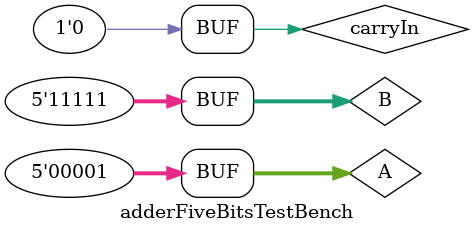
<source format=v>
`define DELAY 30
module adderFiveBitsTestBench();
reg [4:0]A,B;
reg carryIn;
wire [4:0]sum;
wire carryOut;

adderFiveBits test(sum,carryOut,A,B,carryIn);

initial begin
A = 5'b11001; B = 5'b00111; carryIn = 1'b0;
#`DELAY;
A = 5'b00000; B = 5'b00001; carryIn = 1'b1;
#`DELAY;
A = 5'b00010; B = 5'b00010; carryIn = 1'b0;
#`DELAY;
A = 5'b10000; B = 5'b00011; carryIn = 1'b1;
#`DELAY;
A = 5'b01100; B = 5'b10000; carryIn = 1'b0;
#`DELAY;
A = 5'b00001; B = 5'b11111; carryIn = 1'b0;
end

initial begin
$monitor ("time = %2d, A = %5b, B = %5b, carryIn = %1b, sum = %5b, carryOut = %1b",$time,A,B,carryIn,sum,carryOut);
end

endmodule

</source>
